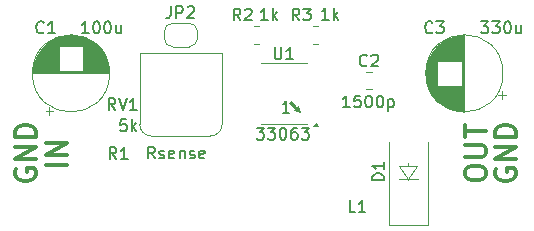
<source format=gto>
%TF.GenerationSoftware,KiCad,Pcbnew,8.0.4*%
%TF.CreationDate,2025-01-06T15:16:24+00:00*%
%TF.ProjectId,33063_invert,33333036-335f-4696-9e76-6572742e6b69,rev?*%
%TF.SameCoordinates,Original*%
%TF.FileFunction,Legend,Top*%
%TF.FilePolarity,Positive*%
%FSLAX46Y46*%
G04 Gerber Fmt 4.6, Leading zero omitted, Abs format (unit mm)*
G04 Created by KiCad (PCBNEW 8.0.4) date 2025-01-06 15:16:24*
%MOMM*%
%LPD*%
G01*
G04 APERTURE LIST*
%ADD10C,0.100000*%
%ADD11C,0.360000*%
%ADD12C,0.200000*%
%ADD13C,0.150000*%
%ADD14C,0.120000*%
G04 APERTURE END LIST*
D10*
X76100000Y-59300000D02*
X76200000Y-59150000D01*
X76300000Y-59600000D01*
X75800000Y-59450000D01*
X75950000Y-59350000D01*
X75400000Y-58850000D01*
X75550000Y-58700000D01*
X76100000Y-59300000D01*
G36*
X76100000Y-59300000D02*
G01*
X76200000Y-59150000D01*
X76300000Y-59600000D01*
X75800000Y-59450000D01*
X75950000Y-59350000D01*
X75400000Y-58850000D01*
X75550000Y-58700000D01*
X76100000Y-59300000D01*
G37*
D11*
X56613994Y-64092856D02*
X54813994Y-64092856D01*
X56613994Y-63235713D02*
X54813994Y-63235713D01*
X54813994Y-63235713D02*
X56613994Y-62207142D01*
X56613994Y-62207142D02*
X54813994Y-62207142D01*
D12*
X75443482Y-59667219D02*
X74872054Y-59667219D01*
X75157768Y-59667219D02*
X75157768Y-58667219D01*
X75157768Y-58667219D02*
X75062530Y-58810076D01*
X75062530Y-58810076D02*
X74967292Y-58905314D01*
X74967292Y-58905314D02*
X74872054Y-58952933D01*
D11*
X90263994Y-64949999D02*
X90263994Y-64607142D01*
X90263994Y-64607142D02*
X90349708Y-64435713D01*
X90349708Y-64435713D02*
X90521137Y-64264285D01*
X90521137Y-64264285D02*
X90863994Y-64178570D01*
X90863994Y-64178570D02*
X91463994Y-64178570D01*
X91463994Y-64178570D02*
X91806851Y-64264285D01*
X91806851Y-64264285D02*
X91978280Y-64435713D01*
X91978280Y-64435713D02*
X92063994Y-64607142D01*
X92063994Y-64607142D02*
X92063994Y-64949999D01*
X92063994Y-64949999D02*
X91978280Y-65121428D01*
X91978280Y-65121428D02*
X91806851Y-65292856D01*
X91806851Y-65292856D02*
X91463994Y-65378570D01*
X91463994Y-65378570D02*
X90863994Y-65378570D01*
X90863994Y-65378570D02*
X90521137Y-65292856D01*
X90521137Y-65292856D02*
X90349708Y-65121428D01*
X90349708Y-65121428D02*
X90263994Y-64949999D01*
X90263994Y-63407142D02*
X91721137Y-63407142D01*
X91721137Y-63407142D02*
X91892565Y-63321428D01*
X91892565Y-63321428D02*
X91978280Y-63235714D01*
X91978280Y-63235714D02*
X92063994Y-63064285D01*
X92063994Y-63064285D02*
X92063994Y-62721428D01*
X92063994Y-62721428D02*
X91978280Y-62549999D01*
X91978280Y-62549999D02*
X91892565Y-62464285D01*
X91892565Y-62464285D02*
X91721137Y-62378571D01*
X91721137Y-62378571D02*
X90263994Y-62378571D01*
X90263994Y-61778571D02*
X90263994Y-60750000D01*
X92063994Y-61264285D02*
X90263994Y-61264285D01*
X92919708Y-64471428D02*
X92833994Y-64642857D01*
X92833994Y-64642857D02*
X92833994Y-64899999D01*
X92833994Y-64899999D02*
X92919708Y-65157142D01*
X92919708Y-65157142D02*
X93091137Y-65328571D01*
X93091137Y-65328571D02*
X93262565Y-65414285D01*
X93262565Y-65414285D02*
X93605422Y-65499999D01*
X93605422Y-65499999D02*
X93862565Y-65499999D01*
X93862565Y-65499999D02*
X94205422Y-65414285D01*
X94205422Y-65414285D02*
X94376851Y-65328571D01*
X94376851Y-65328571D02*
X94548280Y-65157142D01*
X94548280Y-65157142D02*
X94633994Y-64899999D01*
X94633994Y-64899999D02*
X94633994Y-64728571D01*
X94633994Y-64728571D02*
X94548280Y-64471428D01*
X94548280Y-64471428D02*
X94462565Y-64385714D01*
X94462565Y-64385714D02*
X93862565Y-64385714D01*
X93862565Y-64385714D02*
X93862565Y-64728571D01*
X94633994Y-63614285D02*
X92833994Y-63614285D01*
X92833994Y-63614285D02*
X94633994Y-62585714D01*
X94633994Y-62585714D02*
X92833994Y-62585714D01*
X94633994Y-61728571D02*
X92833994Y-61728571D01*
X92833994Y-61728571D02*
X92833994Y-61300000D01*
X92833994Y-61300000D02*
X92919708Y-61042857D01*
X92919708Y-61042857D02*
X93091137Y-60871428D01*
X93091137Y-60871428D02*
X93262565Y-60785714D01*
X93262565Y-60785714D02*
X93605422Y-60700000D01*
X93605422Y-60700000D02*
X93862565Y-60700000D01*
X93862565Y-60700000D02*
X94205422Y-60785714D01*
X94205422Y-60785714D02*
X94376851Y-60871428D01*
X94376851Y-60871428D02*
X94548280Y-61042857D01*
X94548280Y-61042857D02*
X94633994Y-61300000D01*
X94633994Y-61300000D02*
X94633994Y-61728571D01*
X52279708Y-64471428D02*
X52193994Y-64642857D01*
X52193994Y-64642857D02*
X52193994Y-64899999D01*
X52193994Y-64899999D02*
X52279708Y-65157142D01*
X52279708Y-65157142D02*
X52451137Y-65328571D01*
X52451137Y-65328571D02*
X52622565Y-65414285D01*
X52622565Y-65414285D02*
X52965422Y-65499999D01*
X52965422Y-65499999D02*
X53222565Y-65499999D01*
X53222565Y-65499999D02*
X53565422Y-65414285D01*
X53565422Y-65414285D02*
X53736851Y-65328571D01*
X53736851Y-65328571D02*
X53908280Y-65157142D01*
X53908280Y-65157142D02*
X53993994Y-64899999D01*
X53993994Y-64899999D02*
X53993994Y-64728571D01*
X53993994Y-64728571D02*
X53908280Y-64471428D01*
X53908280Y-64471428D02*
X53822565Y-64385714D01*
X53822565Y-64385714D02*
X53222565Y-64385714D01*
X53222565Y-64385714D02*
X53222565Y-64728571D01*
X53993994Y-63614285D02*
X52193994Y-63614285D01*
X52193994Y-63614285D02*
X53993994Y-62585714D01*
X53993994Y-62585714D02*
X52193994Y-62585714D01*
X53993994Y-61728571D02*
X52193994Y-61728571D01*
X52193994Y-61728571D02*
X52193994Y-61300000D01*
X52193994Y-61300000D02*
X52279708Y-61042857D01*
X52279708Y-61042857D02*
X52451137Y-60871428D01*
X52451137Y-60871428D02*
X52622565Y-60785714D01*
X52622565Y-60785714D02*
X52965422Y-60700000D01*
X52965422Y-60700000D02*
X53222565Y-60700000D01*
X53222565Y-60700000D02*
X53565422Y-60785714D01*
X53565422Y-60785714D02*
X53736851Y-60871428D01*
X53736851Y-60871428D02*
X53908280Y-61042857D01*
X53908280Y-61042857D02*
X53993994Y-61300000D01*
X53993994Y-61300000D02*
X53993994Y-61728571D01*
D13*
X60783333Y-63604819D02*
X60450000Y-63128628D01*
X60211905Y-63604819D02*
X60211905Y-62604819D01*
X60211905Y-62604819D02*
X60592857Y-62604819D01*
X60592857Y-62604819D02*
X60688095Y-62652438D01*
X60688095Y-62652438D02*
X60735714Y-62700057D01*
X60735714Y-62700057D02*
X60783333Y-62795295D01*
X60783333Y-62795295D02*
X60783333Y-62938152D01*
X60783333Y-62938152D02*
X60735714Y-63033390D01*
X60735714Y-63033390D02*
X60688095Y-63081009D01*
X60688095Y-63081009D02*
X60592857Y-63128628D01*
X60592857Y-63128628D02*
X60211905Y-63128628D01*
X61735714Y-63604819D02*
X61164286Y-63604819D01*
X61450000Y-63604819D02*
X61450000Y-62604819D01*
X61450000Y-62604819D02*
X61354762Y-62747676D01*
X61354762Y-62747676D02*
X61259524Y-62842914D01*
X61259524Y-62842914D02*
X61164286Y-62890533D01*
X64040475Y-63554819D02*
X63707142Y-63078628D01*
X63469047Y-63554819D02*
X63469047Y-62554819D01*
X63469047Y-62554819D02*
X63849999Y-62554819D01*
X63849999Y-62554819D02*
X63945237Y-62602438D01*
X63945237Y-62602438D02*
X63992856Y-62650057D01*
X63992856Y-62650057D02*
X64040475Y-62745295D01*
X64040475Y-62745295D02*
X64040475Y-62888152D01*
X64040475Y-62888152D02*
X63992856Y-62983390D01*
X63992856Y-62983390D02*
X63945237Y-63031009D01*
X63945237Y-63031009D02*
X63849999Y-63078628D01*
X63849999Y-63078628D02*
X63469047Y-63078628D01*
X64421428Y-63507200D02*
X64516666Y-63554819D01*
X64516666Y-63554819D02*
X64707142Y-63554819D01*
X64707142Y-63554819D02*
X64802380Y-63507200D01*
X64802380Y-63507200D02*
X64849999Y-63411961D01*
X64849999Y-63411961D02*
X64849999Y-63364342D01*
X64849999Y-63364342D02*
X64802380Y-63269104D01*
X64802380Y-63269104D02*
X64707142Y-63221485D01*
X64707142Y-63221485D02*
X64564285Y-63221485D01*
X64564285Y-63221485D02*
X64469047Y-63173866D01*
X64469047Y-63173866D02*
X64421428Y-63078628D01*
X64421428Y-63078628D02*
X64421428Y-63031009D01*
X64421428Y-63031009D02*
X64469047Y-62935771D01*
X64469047Y-62935771D02*
X64564285Y-62888152D01*
X64564285Y-62888152D02*
X64707142Y-62888152D01*
X64707142Y-62888152D02*
X64802380Y-62935771D01*
X65659523Y-63507200D02*
X65564285Y-63554819D01*
X65564285Y-63554819D02*
X65373809Y-63554819D01*
X65373809Y-63554819D02*
X65278571Y-63507200D01*
X65278571Y-63507200D02*
X65230952Y-63411961D01*
X65230952Y-63411961D02*
X65230952Y-63031009D01*
X65230952Y-63031009D02*
X65278571Y-62935771D01*
X65278571Y-62935771D02*
X65373809Y-62888152D01*
X65373809Y-62888152D02*
X65564285Y-62888152D01*
X65564285Y-62888152D02*
X65659523Y-62935771D01*
X65659523Y-62935771D02*
X65707142Y-63031009D01*
X65707142Y-63031009D02*
X65707142Y-63126247D01*
X65707142Y-63126247D02*
X65230952Y-63221485D01*
X66135714Y-62888152D02*
X66135714Y-63554819D01*
X66135714Y-62983390D02*
X66183333Y-62935771D01*
X66183333Y-62935771D02*
X66278571Y-62888152D01*
X66278571Y-62888152D02*
X66421428Y-62888152D01*
X66421428Y-62888152D02*
X66516666Y-62935771D01*
X66516666Y-62935771D02*
X66564285Y-63031009D01*
X66564285Y-63031009D02*
X66564285Y-63554819D01*
X66992857Y-63507200D02*
X67088095Y-63554819D01*
X67088095Y-63554819D02*
X67278571Y-63554819D01*
X67278571Y-63554819D02*
X67373809Y-63507200D01*
X67373809Y-63507200D02*
X67421428Y-63411961D01*
X67421428Y-63411961D02*
X67421428Y-63364342D01*
X67421428Y-63364342D02*
X67373809Y-63269104D01*
X67373809Y-63269104D02*
X67278571Y-63221485D01*
X67278571Y-63221485D02*
X67135714Y-63221485D01*
X67135714Y-63221485D02*
X67040476Y-63173866D01*
X67040476Y-63173866D02*
X66992857Y-63078628D01*
X66992857Y-63078628D02*
X66992857Y-63031009D01*
X66992857Y-63031009D02*
X67040476Y-62935771D01*
X67040476Y-62935771D02*
X67135714Y-62888152D01*
X67135714Y-62888152D02*
X67278571Y-62888152D01*
X67278571Y-62888152D02*
X67373809Y-62935771D01*
X68230952Y-63507200D02*
X68135714Y-63554819D01*
X68135714Y-63554819D02*
X67945238Y-63554819D01*
X67945238Y-63554819D02*
X67850000Y-63507200D01*
X67850000Y-63507200D02*
X67802381Y-63411961D01*
X67802381Y-63411961D02*
X67802381Y-63031009D01*
X67802381Y-63031009D02*
X67850000Y-62935771D01*
X67850000Y-62935771D02*
X67945238Y-62888152D01*
X67945238Y-62888152D02*
X68135714Y-62888152D01*
X68135714Y-62888152D02*
X68230952Y-62935771D01*
X68230952Y-62935771D02*
X68278571Y-63031009D01*
X68278571Y-63031009D02*
X68278571Y-63126247D01*
X68278571Y-63126247D02*
X67802381Y-63221485D01*
X81023333Y-68104819D02*
X80547143Y-68104819D01*
X80547143Y-68104819D02*
X80547143Y-67104819D01*
X81880476Y-68104819D02*
X81309048Y-68104819D01*
X81594762Y-68104819D02*
X81594762Y-67104819D01*
X81594762Y-67104819D02*
X81499524Y-67247676D01*
X81499524Y-67247676D02*
X81404286Y-67342914D01*
X81404286Y-67342914D02*
X81309048Y-67390533D01*
X65386666Y-50674819D02*
X65386666Y-51389104D01*
X65386666Y-51389104D02*
X65339047Y-51531961D01*
X65339047Y-51531961D02*
X65243809Y-51627200D01*
X65243809Y-51627200D02*
X65100952Y-51674819D01*
X65100952Y-51674819D02*
X65005714Y-51674819D01*
X65862857Y-51674819D02*
X65862857Y-50674819D01*
X65862857Y-50674819D02*
X66243809Y-50674819D01*
X66243809Y-50674819D02*
X66339047Y-50722438D01*
X66339047Y-50722438D02*
X66386666Y-50770057D01*
X66386666Y-50770057D02*
X66434285Y-50865295D01*
X66434285Y-50865295D02*
X66434285Y-51008152D01*
X66434285Y-51008152D02*
X66386666Y-51103390D01*
X66386666Y-51103390D02*
X66339047Y-51151009D01*
X66339047Y-51151009D02*
X66243809Y-51198628D01*
X66243809Y-51198628D02*
X65862857Y-51198628D01*
X66815238Y-50770057D02*
X66862857Y-50722438D01*
X66862857Y-50722438D02*
X66958095Y-50674819D01*
X66958095Y-50674819D02*
X67196190Y-50674819D01*
X67196190Y-50674819D02*
X67291428Y-50722438D01*
X67291428Y-50722438D02*
X67339047Y-50770057D01*
X67339047Y-50770057D02*
X67386666Y-50865295D01*
X67386666Y-50865295D02*
X67386666Y-50960533D01*
X67386666Y-50960533D02*
X67339047Y-51103390D01*
X67339047Y-51103390D02*
X66767619Y-51674819D01*
X66767619Y-51674819D02*
X67386666Y-51674819D01*
X54633333Y-52859580D02*
X54585714Y-52907200D01*
X54585714Y-52907200D02*
X54442857Y-52954819D01*
X54442857Y-52954819D02*
X54347619Y-52954819D01*
X54347619Y-52954819D02*
X54204762Y-52907200D01*
X54204762Y-52907200D02*
X54109524Y-52811961D01*
X54109524Y-52811961D02*
X54061905Y-52716723D01*
X54061905Y-52716723D02*
X54014286Y-52526247D01*
X54014286Y-52526247D02*
X54014286Y-52383390D01*
X54014286Y-52383390D02*
X54061905Y-52192914D01*
X54061905Y-52192914D02*
X54109524Y-52097676D01*
X54109524Y-52097676D02*
X54204762Y-52002438D01*
X54204762Y-52002438D02*
X54347619Y-51954819D01*
X54347619Y-51954819D02*
X54442857Y-51954819D01*
X54442857Y-51954819D02*
X54585714Y-52002438D01*
X54585714Y-52002438D02*
X54633333Y-52050057D01*
X55585714Y-52954819D02*
X55014286Y-52954819D01*
X55300000Y-52954819D02*
X55300000Y-51954819D01*
X55300000Y-51954819D02*
X55204762Y-52097676D01*
X55204762Y-52097676D02*
X55109524Y-52192914D01*
X55109524Y-52192914D02*
X55014286Y-52240533D01*
X58430952Y-52954819D02*
X57859524Y-52954819D01*
X58145238Y-52954819D02*
X58145238Y-51954819D01*
X58145238Y-51954819D02*
X58050000Y-52097676D01*
X58050000Y-52097676D02*
X57954762Y-52192914D01*
X57954762Y-52192914D02*
X57859524Y-52240533D01*
X59050000Y-51954819D02*
X59145238Y-51954819D01*
X59145238Y-51954819D02*
X59240476Y-52002438D01*
X59240476Y-52002438D02*
X59288095Y-52050057D01*
X59288095Y-52050057D02*
X59335714Y-52145295D01*
X59335714Y-52145295D02*
X59383333Y-52335771D01*
X59383333Y-52335771D02*
X59383333Y-52573866D01*
X59383333Y-52573866D02*
X59335714Y-52764342D01*
X59335714Y-52764342D02*
X59288095Y-52859580D01*
X59288095Y-52859580D02*
X59240476Y-52907200D01*
X59240476Y-52907200D02*
X59145238Y-52954819D01*
X59145238Y-52954819D02*
X59050000Y-52954819D01*
X59050000Y-52954819D02*
X58954762Y-52907200D01*
X58954762Y-52907200D02*
X58907143Y-52859580D01*
X58907143Y-52859580D02*
X58859524Y-52764342D01*
X58859524Y-52764342D02*
X58811905Y-52573866D01*
X58811905Y-52573866D02*
X58811905Y-52335771D01*
X58811905Y-52335771D02*
X58859524Y-52145295D01*
X58859524Y-52145295D02*
X58907143Y-52050057D01*
X58907143Y-52050057D02*
X58954762Y-52002438D01*
X58954762Y-52002438D02*
X59050000Y-51954819D01*
X60002381Y-51954819D02*
X60097619Y-51954819D01*
X60097619Y-51954819D02*
X60192857Y-52002438D01*
X60192857Y-52002438D02*
X60240476Y-52050057D01*
X60240476Y-52050057D02*
X60288095Y-52145295D01*
X60288095Y-52145295D02*
X60335714Y-52335771D01*
X60335714Y-52335771D02*
X60335714Y-52573866D01*
X60335714Y-52573866D02*
X60288095Y-52764342D01*
X60288095Y-52764342D02*
X60240476Y-52859580D01*
X60240476Y-52859580D02*
X60192857Y-52907200D01*
X60192857Y-52907200D02*
X60097619Y-52954819D01*
X60097619Y-52954819D02*
X60002381Y-52954819D01*
X60002381Y-52954819D02*
X59907143Y-52907200D01*
X59907143Y-52907200D02*
X59859524Y-52859580D01*
X59859524Y-52859580D02*
X59811905Y-52764342D01*
X59811905Y-52764342D02*
X59764286Y-52573866D01*
X59764286Y-52573866D02*
X59764286Y-52335771D01*
X59764286Y-52335771D02*
X59811905Y-52145295D01*
X59811905Y-52145295D02*
X59859524Y-52050057D01*
X59859524Y-52050057D02*
X59907143Y-52002438D01*
X59907143Y-52002438D02*
X60002381Y-51954819D01*
X61192857Y-52288152D02*
X61192857Y-52954819D01*
X60764286Y-52288152D02*
X60764286Y-52811961D01*
X60764286Y-52811961D02*
X60811905Y-52907200D01*
X60811905Y-52907200D02*
X60907143Y-52954819D01*
X60907143Y-52954819D02*
X61050000Y-52954819D01*
X61050000Y-52954819D02*
X61145238Y-52907200D01*
X61145238Y-52907200D02*
X61192857Y-52859580D01*
X76273333Y-51864819D02*
X75940000Y-51388628D01*
X75701905Y-51864819D02*
X75701905Y-50864819D01*
X75701905Y-50864819D02*
X76082857Y-50864819D01*
X76082857Y-50864819D02*
X76178095Y-50912438D01*
X76178095Y-50912438D02*
X76225714Y-50960057D01*
X76225714Y-50960057D02*
X76273333Y-51055295D01*
X76273333Y-51055295D02*
X76273333Y-51198152D01*
X76273333Y-51198152D02*
X76225714Y-51293390D01*
X76225714Y-51293390D02*
X76178095Y-51341009D01*
X76178095Y-51341009D02*
X76082857Y-51388628D01*
X76082857Y-51388628D02*
X75701905Y-51388628D01*
X76606667Y-50864819D02*
X77225714Y-50864819D01*
X77225714Y-50864819D02*
X76892381Y-51245771D01*
X76892381Y-51245771D02*
X77035238Y-51245771D01*
X77035238Y-51245771D02*
X77130476Y-51293390D01*
X77130476Y-51293390D02*
X77178095Y-51341009D01*
X77178095Y-51341009D02*
X77225714Y-51436247D01*
X77225714Y-51436247D02*
X77225714Y-51674342D01*
X77225714Y-51674342D02*
X77178095Y-51769580D01*
X77178095Y-51769580D02*
X77130476Y-51817200D01*
X77130476Y-51817200D02*
X77035238Y-51864819D01*
X77035238Y-51864819D02*
X76749524Y-51864819D01*
X76749524Y-51864819D02*
X76654286Y-51817200D01*
X76654286Y-51817200D02*
X76606667Y-51769580D01*
X78760952Y-51794819D02*
X78189524Y-51794819D01*
X78475238Y-51794819D02*
X78475238Y-50794819D01*
X78475238Y-50794819D02*
X78380000Y-50937676D01*
X78380000Y-50937676D02*
X78284762Y-51032914D01*
X78284762Y-51032914D02*
X78189524Y-51080533D01*
X79189524Y-51794819D02*
X79189524Y-50794819D01*
X79284762Y-51413866D02*
X79570476Y-51794819D01*
X79570476Y-51128152D02*
X79189524Y-51509104D01*
X83454819Y-65398094D02*
X82454819Y-65398094D01*
X82454819Y-65398094D02*
X82454819Y-65159999D01*
X82454819Y-65159999D02*
X82502438Y-65017142D01*
X82502438Y-65017142D02*
X82597676Y-64921904D01*
X82597676Y-64921904D02*
X82692914Y-64874285D01*
X82692914Y-64874285D02*
X82883390Y-64826666D01*
X82883390Y-64826666D02*
X83026247Y-64826666D01*
X83026247Y-64826666D02*
X83216723Y-64874285D01*
X83216723Y-64874285D02*
X83311961Y-64921904D01*
X83311961Y-64921904D02*
X83407200Y-65017142D01*
X83407200Y-65017142D02*
X83454819Y-65159999D01*
X83454819Y-65159999D02*
X83454819Y-65398094D01*
X83454819Y-63874285D02*
X83454819Y-64445713D01*
X83454819Y-64159999D02*
X82454819Y-64159999D01*
X82454819Y-64159999D02*
X82597676Y-64255237D01*
X82597676Y-64255237D02*
X82692914Y-64350475D01*
X82692914Y-64350475D02*
X82740533Y-64445713D01*
X74188095Y-54154819D02*
X74188095Y-54964342D01*
X74188095Y-54964342D02*
X74235714Y-55059580D01*
X74235714Y-55059580D02*
X74283333Y-55107200D01*
X74283333Y-55107200D02*
X74378571Y-55154819D01*
X74378571Y-55154819D02*
X74569047Y-55154819D01*
X74569047Y-55154819D02*
X74664285Y-55107200D01*
X74664285Y-55107200D02*
X74711904Y-55059580D01*
X74711904Y-55059580D02*
X74759523Y-54964342D01*
X74759523Y-54964342D02*
X74759523Y-54154819D01*
X75759523Y-55154819D02*
X75188095Y-55154819D01*
X75473809Y-55154819D02*
X75473809Y-54154819D01*
X75473809Y-54154819D02*
X75378571Y-54297676D01*
X75378571Y-54297676D02*
X75283333Y-54392914D01*
X75283333Y-54392914D02*
X75188095Y-54440533D01*
X72661905Y-60954819D02*
X73280952Y-60954819D01*
X73280952Y-60954819D02*
X72947619Y-61335771D01*
X72947619Y-61335771D02*
X73090476Y-61335771D01*
X73090476Y-61335771D02*
X73185714Y-61383390D01*
X73185714Y-61383390D02*
X73233333Y-61431009D01*
X73233333Y-61431009D02*
X73280952Y-61526247D01*
X73280952Y-61526247D02*
X73280952Y-61764342D01*
X73280952Y-61764342D02*
X73233333Y-61859580D01*
X73233333Y-61859580D02*
X73185714Y-61907200D01*
X73185714Y-61907200D02*
X73090476Y-61954819D01*
X73090476Y-61954819D02*
X72804762Y-61954819D01*
X72804762Y-61954819D02*
X72709524Y-61907200D01*
X72709524Y-61907200D02*
X72661905Y-61859580D01*
X73614286Y-60954819D02*
X74233333Y-60954819D01*
X74233333Y-60954819D02*
X73900000Y-61335771D01*
X73900000Y-61335771D02*
X74042857Y-61335771D01*
X74042857Y-61335771D02*
X74138095Y-61383390D01*
X74138095Y-61383390D02*
X74185714Y-61431009D01*
X74185714Y-61431009D02*
X74233333Y-61526247D01*
X74233333Y-61526247D02*
X74233333Y-61764342D01*
X74233333Y-61764342D02*
X74185714Y-61859580D01*
X74185714Y-61859580D02*
X74138095Y-61907200D01*
X74138095Y-61907200D02*
X74042857Y-61954819D01*
X74042857Y-61954819D02*
X73757143Y-61954819D01*
X73757143Y-61954819D02*
X73661905Y-61907200D01*
X73661905Y-61907200D02*
X73614286Y-61859580D01*
X74852381Y-60954819D02*
X74947619Y-60954819D01*
X74947619Y-60954819D02*
X75042857Y-61002438D01*
X75042857Y-61002438D02*
X75090476Y-61050057D01*
X75090476Y-61050057D02*
X75138095Y-61145295D01*
X75138095Y-61145295D02*
X75185714Y-61335771D01*
X75185714Y-61335771D02*
X75185714Y-61573866D01*
X75185714Y-61573866D02*
X75138095Y-61764342D01*
X75138095Y-61764342D02*
X75090476Y-61859580D01*
X75090476Y-61859580D02*
X75042857Y-61907200D01*
X75042857Y-61907200D02*
X74947619Y-61954819D01*
X74947619Y-61954819D02*
X74852381Y-61954819D01*
X74852381Y-61954819D02*
X74757143Y-61907200D01*
X74757143Y-61907200D02*
X74709524Y-61859580D01*
X74709524Y-61859580D02*
X74661905Y-61764342D01*
X74661905Y-61764342D02*
X74614286Y-61573866D01*
X74614286Y-61573866D02*
X74614286Y-61335771D01*
X74614286Y-61335771D02*
X74661905Y-61145295D01*
X74661905Y-61145295D02*
X74709524Y-61050057D01*
X74709524Y-61050057D02*
X74757143Y-61002438D01*
X74757143Y-61002438D02*
X74852381Y-60954819D01*
X76042857Y-60954819D02*
X75852381Y-60954819D01*
X75852381Y-60954819D02*
X75757143Y-61002438D01*
X75757143Y-61002438D02*
X75709524Y-61050057D01*
X75709524Y-61050057D02*
X75614286Y-61192914D01*
X75614286Y-61192914D02*
X75566667Y-61383390D01*
X75566667Y-61383390D02*
X75566667Y-61764342D01*
X75566667Y-61764342D02*
X75614286Y-61859580D01*
X75614286Y-61859580D02*
X75661905Y-61907200D01*
X75661905Y-61907200D02*
X75757143Y-61954819D01*
X75757143Y-61954819D02*
X75947619Y-61954819D01*
X75947619Y-61954819D02*
X76042857Y-61907200D01*
X76042857Y-61907200D02*
X76090476Y-61859580D01*
X76090476Y-61859580D02*
X76138095Y-61764342D01*
X76138095Y-61764342D02*
X76138095Y-61526247D01*
X76138095Y-61526247D02*
X76090476Y-61431009D01*
X76090476Y-61431009D02*
X76042857Y-61383390D01*
X76042857Y-61383390D02*
X75947619Y-61335771D01*
X75947619Y-61335771D02*
X75757143Y-61335771D01*
X75757143Y-61335771D02*
X75661905Y-61383390D01*
X75661905Y-61383390D02*
X75614286Y-61431009D01*
X75614286Y-61431009D02*
X75566667Y-61526247D01*
X76471429Y-60954819D02*
X77090476Y-60954819D01*
X77090476Y-60954819D02*
X76757143Y-61335771D01*
X76757143Y-61335771D02*
X76900000Y-61335771D01*
X76900000Y-61335771D02*
X76995238Y-61383390D01*
X76995238Y-61383390D02*
X77042857Y-61431009D01*
X77042857Y-61431009D02*
X77090476Y-61526247D01*
X77090476Y-61526247D02*
X77090476Y-61764342D01*
X77090476Y-61764342D02*
X77042857Y-61859580D01*
X77042857Y-61859580D02*
X76995238Y-61907200D01*
X76995238Y-61907200D02*
X76900000Y-61954819D01*
X76900000Y-61954819D02*
X76614286Y-61954819D01*
X76614286Y-61954819D02*
X76519048Y-61907200D01*
X76519048Y-61907200D02*
X76471429Y-61859580D01*
X87533333Y-52859580D02*
X87485714Y-52907200D01*
X87485714Y-52907200D02*
X87342857Y-52954819D01*
X87342857Y-52954819D02*
X87247619Y-52954819D01*
X87247619Y-52954819D02*
X87104762Y-52907200D01*
X87104762Y-52907200D02*
X87009524Y-52811961D01*
X87009524Y-52811961D02*
X86961905Y-52716723D01*
X86961905Y-52716723D02*
X86914286Y-52526247D01*
X86914286Y-52526247D02*
X86914286Y-52383390D01*
X86914286Y-52383390D02*
X86961905Y-52192914D01*
X86961905Y-52192914D02*
X87009524Y-52097676D01*
X87009524Y-52097676D02*
X87104762Y-52002438D01*
X87104762Y-52002438D02*
X87247619Y-51954819D01*
X87247619Y-51954819D02*
X87342857Y-51954819D01*
X87342857Y-51954819D02*
X87485714Y-52002438D01*
X87485714Y-52002438D02*
X87533333Y-52050057D01*
X87866667Y-51954819D02*
X88485714Y-51954819D01*
X88485714Y-51954819D02*
X88152381Y-52335771D01*
X88152381Y-52335771D02*
X88295238Y-52335771D01*
X88295238Y-52335771D02*
X88390476Y-52383390D01*
X88390476Y-52383390D02*
X88438095Y-52431009D01*
X88438095Y-52431009D02*
X88485714Y-52526247D01*
X88485714Y-52526247D02*
X88485714Y-52764342D01*
X88485714Y-52764342D02*
X88438095Y-52859580D01*
X88438095Y-52859580D02*
X88390476Y-52907200D01*
X88390476Y-52907200D02*
X88295238Y-52954819D01*
X88295238Y-52954819D02*
X88009524Y-52954819D01*
X88009524Y-52954819D02*
X87914286Y-52907200D01*
X87914286Y-52907200D02*
X87866667Y-52859580D01*
X91661905Y-51954819D02*
X92280952Y-51954819D01*
X92280952Y-51954819D02*
X91947619Y-52335771D01*
X91947619Y-52335771D02*
X92090476Y-52335771D01*
X92090476Y-52335771D02*
X92185714Y-52383390D01*
X92185714Y-52383390D02*
X92233333Y-52431009D01*
X92233333Y-52431009D02*
X92280952Y-52526247D01*
X92280952Y-52526247D02*
X92280952Y-52764342D01*
X92280952Y-52764342D02*
X92233333Y-52859580D01*
X92233333Y-52859580D02*
X92185714Y-52907200D01*
X92185714Y-52907200D02*
X92090476Y-52954819D01*
X92090476Y-52954819D02*
X91804762Y-52954819D01*
X91804762Y-52954819D02*
X91709524Y-52907200D01*
X91709524Y-52907200D02*
X91661905Y-52859580D01*
X92614286Y-51954819D02*
X93233333Y-51954819D01*
X93233333Y-51954819D02*
X92900000Y-52335771D01*
X92900000Y-52335771D02*
X93042857Y-52335771D01*
X93042857Y-52335771D02*
X93138095Y-52383390D01*
X93138095Y-52383390D02*
X93185714Y-52431009D01*
X93185714Y-52431009D02*
X93233333Y-52526247D01*
X93233333Y-52526247D02*
X93233333Y-52764342D01*
X93233333Y-52764342D02*
X93185714Y-52859580D01*
X93185714Y-52859580D02*
X93138095Y-52907200D01*
X93138095Y-52907200D02*
X93042857Y-52954819D01*
X93042857Y-52954819D02*
X92757143Y-52954819D01*
X92757143Y-52954819D02*
X92661905Y-52907200D01*
X92661905Y-52907200D02*
X92614286Y-52859580D01*
X93852381Y-51954819D02*
X93947619Y-51954819D01*
X93947619Y-51954819D02*
X94042857Y-52002438D01*
X94042857Y-52002438D02*
X94090476Y-52050057D01*
X94090476Y-52050057D02*
X94138095Y-52145295D01*
X94138095Y-52145295D02*
X94185714Y-52335771D01*
X94185714Y-52335771D02*
X94185714Y-52573866D01*
X94185714Y-52573866D02*
X94138095Y-52764342D01*
X94138095Y-52764342D02*
X94090476Y-52859580D01*
X94090476Y-52859580D02*
X94042857Y-52907200D01*
X94042857Y-52907200D02*
X93947619Y-52954819D01*
X93947619Y-52954819D02*
X93852381Y-52954819D01*
X93852381Y-52954819D02*
X93757143Y-52907200D01*
X93757143Y-52907200D02*
X93709524Y-52859580D01*
X93709524Y-52859580D02*
X93661905Y-52764342D01*
X93661905Y-52764342D02*
X93614286Y-52573866D01*
X93614286Y-52573866D02*
X93614286Y-52335771D01*
X93614286Y-52335771D02*
X93661905Y-52145295D01*
X93661905Y-52145295D02*
X93709524Y-52050057D01*
X93709524Y-52050057D02*
X93757143Y-52002438D01*
X93757143Y-52002438D02*
X93852381Y-51954819D01*
X95042857Y-52288152D02*
X95042857Y-52954819D01*
X94614286Y-52288152D02*
X94614286Y-52811961D01*
X94614286Y-52811961D02*
X94661905Y-52907200D01*
X94661905Y-52907200D02*
X94757143Y-52954819D01*
X94757143Y-52954819D02*
X94900000Y-52954819D01*
X94900000Y-52954819D02*
X94995238Y-52907200D01*
X94995238Y-52907200D02*
X95042857Y-52859580D01*
X71293333Y-51864819D02*
X70960000Y-51388628D01*
X70721905Y-51864819D02*
X70721905Y-50864819D01*
X70721905Y-50864819D02*
X71102857Y-50864819D01*
X71102857Y-50864819D02*
X71198095Y-50912438D01*
X71198095Y-50912438D02*
X71245714Y-50960057D01*
X71245714Y-50960057D02*
X71293333Y-51055295D01*
X71293333Y-51055295D02*
X71293333Y-51198152D01*
X71293333Y-51198152D02*
X71245714Y-51293390D01*
X71245714Y-51293390D02*
X71198095Y-51341009D01*
X71198095Y-51341009D02*
X71102857Y-51388628D01*
X71102857Y-51388628D02*
X70721905Y-51388628D01*
X71674286Y-50960057D02*
X71721905Y-50912438D01*
X71721905Y-50912438D02*
X71817143Y-50864819D01*
X71817143Y-50864819D02*
X72055238Y-50864819D01*
X72055238Y-50864819D02*
X72150476Y-50912438D01*
X72150476Y-50912438D02*
X72198095Y-50960057D01*
X72198095Y-50960057D02*
X72245714Y-51055295D01*
X72245714Y-51055295D02*
X72245714Y-51150533D01*
X72245714Y-51150533D02*
X72198095Y-51293390D01*
X72198095Y-51293390D02*
X71626667Y-51864819D01*
X71626667Y-51864819D02*
X72245714Y-51864819D01*
X73600952Y-51854819D02*
X73029524Y-51854819D01*
X73315238Y-51854819D02*
X73315238Y-50854819D01*
X73315238Y-50854819D02*
X73220000Y-50997676D01*
X73220000Y-50997676D02*
X73124762Y-51092914D01*
X73124762Y-51092914D02*
X73029524Y-51140533D01*
X74029524Y-51854819D02*
X74029524Y-50854819D01*
X74124762Y-51473866D02*
X74410476Y-51854819D01*
X74410476Y-51188152D02*
X74029524Y-51569104D01*
X81993333Y-55659580D02*
X81945714Y-55707200D01*
X81945714Y-55707200D02*
X81802857Y-55754819D01*
X81802857Y-55754819D02*
X81707619Y-55754819D01*
X81707619Y-55754819D02*
X81564762Y-55707200D01*
X81564762Y-55707200D02*
X81469524Y-55611961D01*
X81469524Y-55611961D02*
X81421905Y-55516723D01*
X81421905Y-55516723D02*
X81374286Y-55326247D01*
X81374286Y-55326247D02*
X81374286Y-55183390D01*
X81374286Y-55183390D02*
X81421905Y-54992914D01*
X81421905Y-54992914D02*
X81469524Y-54897676D01*
X81469524Y-54897676D02*
X81564762Y-54802438D01*
X81564762Y-54802438D02*
X81707619Y-54754819D01*
X81707619Y-54754819D02*
X81802857Y-54754819D01*
X81802857Y-54754819D02*
X81945714Y-54802438D01*
X81945714Y-54802438D02*
X81993333Y-54850057D01*
X82374286Y-54850057D02*
X82421905Y-54802438D01*
X82421905Y-54802438D02*
X82517143Y-54754819D01*
X82517143Y-54754819D02*
X82755238Y-54754819D01*
X82755238Y-54754819D02*
X82850476Y-54802438D01*
X82850476Y-54802438D02*
X82898095Y-54850057D01*
X82898095Y-54850057D02*
X82945714Y-54945295D01*
X82945714Y-54945295D02*
X82945714Y-55040533D01*
X82945714Y-55040533D02*
X82898095Y-55183390D01*
X82898095Y-55183390D02*
X82326667Y-55754819D01*
X82326667Y-55754819D02*
X82945714Y-55754819D01*
X80534761Y-59224819D02*
X79963333Y-59224819D01*
X80249047Y-59224819D02*
X80249047Y-58224819D01*
X80249047Y-58224819D02*
X80153809Y-58367676D01*
X80153809Y-58367676D02*
X80058571Y-58462914D01*
X80058571Y-58462914D02*
X79963333Y-58510533D01*
X81439523Y-58224819D02*
X80963333Y-58224819D01*
X80963333Y-58224819D02*
X80915714Y-58701009D01*
X80915714Y-58701009D02*
X80963333Y-58653390D01*
X80963333Y-58653390D02*
X81058571Y-58605771D01*
X81058571Y-58605771D02*
X81296666Y-58605771D01*
X81296666Y-58605771D02*
X81391904Y-58653390D01*
X81391904Y-58653390D02*
X81439523Y-58701009D01*
X81439523Y-58701009D02*
X81487142Y-58796247D01*
X81487142Y-58796247D02*
X81487142Y-59034342D01*
X81487142Y-59034342D02*
X81439523Y-59129580D01*
X81439523Y-59129580D02*
X81391904Y-59177200D01*
X81391904Y-59177200D02*
X81296666Y-59224819D01*
X81296666Y-59224819D02*
X81058571Y-59224819D01*
X81058571Y-59224819D02*
X80963333Y-59177200D01*
X80963333Y-59177200D02*
X80915714Y-59129580D01*
X82106190Y-58224819D02*
X82201428Y-58224819D01*
X82201428Y-58224819D02*
X82296666Y-58272438D01*
X82296666Y-58272438D02*
X82344285Y-58320057D01*
X82344285Y-58320057D02*
X82391904Y-58415295D01*
X82391904Y-58415295D02*
X82439523Y-58605771D01*
X82439523Y-58605771D02*
X82439523Y-58843866D01*
X82439523Y-58843866D02*
X82391904Y-59034342D01*
X82391904Y-59034342D02*
X82344285Y-59129580D01*
X82344285Y-59129580D02*
X82296666Y-59177200D01*
X82296666Y-59177200D02*
X82201428Y-59224819D01*
X82201428Y-59224819D02*
X82106190Y-59224819D01*
X82106190Y-59224819D02*
X82010952Y-59177200D01*
X82010952Y-59177200D02*
X81963333Y-59129580D01*
X81963333Y-59129580D02*
X81915714Y-59034342D01*
X81915714Y-59034342D02*
X81868095Y-58843866D01*
X81868095Y-58843866D02*
X81868095Y-58605771D01*
X81868095Y-58605771D02*
X81915714Y-58415295D01*
X81915714Y-58415295D02*
X81963333Y-58320057D01*
X81963333Y-58320057D02*
X82010952Y-58272438D01*
X82010952Y-58272438D02*
X82106190Y-58224819D01*
X83058571Y-58224819D02*
X83153809Y-58224819D01*
X83153809Y-58224819D02*
X83249047Y-58272438D01*
X83249047Y-58272438D02*
X83296666Y-58320057D01*
X83296666Y-58320057D02*
X83344285Y-58415295D01*
X83344285Y-58415295D02*
X83391904Y-58605771D01*
X83391904Y-58605771D02*
X83391904Y-58843866D01*
X83391904Y-58843866D02*
X83344285Y-59034342D01*
X83344285Y-59034342D02*
X83296666Y-59129580D01*
X83296666Y-59129580D02*
X83249047Y-59177200D01*
X83249047Y-59177200D02*
X83153809Y-59224819D01*
X83153809Y-59224819D02*
X83058571Y-59224819D01*
X83058571Y-59224819D02*
X82963333Y-59177200D01*
X82963333Y-59177200D02*
X82915714Y-59129580D01*
X82915714Y-59129580D02*
X82868095Y-59034342D01*
X82868095Y-59034342D02*
X82820476Y-58843866D01*
X82820476Y-58843866D02*
X82820476Y-58605771D01*
X82820476Y-58605771D02*
X82868095Y-58415295D01*
X82868095Y-58415295D02*
X82915714Y-58320057D01*
X82915714Y-58320057D02*
X82963333Y-58272438D01*
X82963333Y-58272438D02*
X83058571Y-58224819D01*
X83820476Y-58558152D02*
X83820476Y-59558152D01*
X83820476Y-58605771D02*
X83915714Y-58558152D01*
X83915714Y-58558152D02*
X84106190Y-58558152D01*
X84106190Y-58558152D02*
X84201428Y-58605771D01*
X84201428Y-58605771D02*
X84249047Y-58653390D01*
X84249047Y-58653390D02*
X84296666Y-58748628D01*
X84296666Y-58748628D02*
X84296666Y-59034342D01*
X84296666Y-59034342D02*
X84249047Y-59129580D01*
X84249047Y-59129580D02*
X84201428Y-59177200D01*
X84201428Y-59177200D02*
X84106190Y-59224819D01*
X84106190Y-59224819D02*
X83915714Y-59224819D01*
X83915714Y-59224819D02*
X83820476Y-59177200D01*
X60704761Y-59454819D02*
X60371428Y-58978628D01*
X60133333Y-59454819D02*
X60133333Y-58454819D01*
X60133333Y-58454819D02*
X60514285Y-58454819D01*
X60514285Y-58454819D02*
X60609523Y-58502438D01*
X60609523Y-58502438D02*
X60657142Y-58550057D01*
X60657142Y-58550057D02*
X60704761Y-58645295D01*
X60704761Y-58645295D02*
X60704761Y-58788152D01*
X60704761Y-58788152D02*
X60657142Y-58883390D01*
X60657142Y-58883390D02*
X60609523Y-58931009D01*
X60609523Y-58931009D02*
X60514285Y-58978628D01*
X60514285Y-58978628D02*
X60133333Y-58978628D01*
X60990476Y-58454819D02*
X61323809Y-59454819D01*
X61323809Y-59454819D02*
X61657142Y-58454819D01*
X62514285Y-59454819D02*
X61942857Y-59454819D01*
X62228571Y-59454819D02*
X62228571Y-58454819D01*
X62228571Y-58454819D02*
X62133333Y-58597676D01*
X62133333Y-58597676D02*
X62038095Y-58692914D01*
X62038095Y-58692914D02*
X61942857Y-58740533D01*
X61633333Y-60254819D02*
X61157143Y-60254819D01*
X61157143Y-60254819D02*
X61109524Y-60731009D01*
X61109524Y-60731009D02*
X61157143Y-60683390D01*
X61157143Y-60683390D02*
X61252381Y-60635771D01*
X61252381Y-60635771D02*
X61490476Y-60635771D01*
X61490476Y-60635771D02*
X61585714Y-60683390D01*
X61585714Y-60683390D02*
X61633333Y-60731009D01*
X61633333Y-60731009D02*
X61680952Y-60826247D01*
X61680952Y-60826247D02*
X61680952Y-61064342D01*
X61680952Y-61064342D02*
X61633333Y-61159580D01*
X61633333Y-61159580D02*
X61585714Y-61207200D01*
X61585714Y-61207200D02*
X61490476Y-61254819D01*
X61490476Y-61254819D02*
X61252381Y-61254819D01*
X61252381Y-61254819D02*
X61157143Y-61207200D01*
X61157143Y-61207200D02*
X61109524Y-61159580D01*
X62109524Y-61254819D02*
X62109524Y-60254819D01*
X62204762Y-60873866D02*
X62490476Y-61254819D01*
X62490476Y-60588152D02*
X62109524Y-60969104D01*
D14*
%TO.C,JP2*%
X67650000Y-52800000D02*
X67650000Y-53400000D01*
X66950000Y-54100000D02*
X65550000Y-54100000D01*
X65550000Y-52100000D02*
X66950000Y-52100000D01*
X64850000Y-53400000D02*
X64850000Y-52800000D01*
X67650000Y-53400000D02*
G75*
G02*
X66950000Y-54100000I-700000J0D01*
G01*
X66950000Y-52100000D02*
G75*
G02*
X67650000Y-52800000I0J-700000D01*
G01*
X65550000Y-54100000D02*
G75*
G02*
X64850000Y-53400000I-1J699999D01*
G01*
X64850000Y-52800000D02*
G75*
G02*
X65550000Y-52100000I699999J1D01*
G01*
%TO.C,C1*%
X57990000Y-56110000D02*
X60172000Y-56110000D01*
X57990000Y-56070000D02*
X60168000Y-56070000D01*
X57990000Y-56030000D02*
X60165000Y-56030000D01*
X57990000Y-55990000D02*
X60161000Y-55990000D01*
X57990000Y-55950000D02*
X60156000Y-55950000D01*
X57990000Y-55910000D02*
X60151000Y-55910000D01*
X57990000Y-55870000D02*
X60145000Y-55870000D01*
X57990000Y-55830000D02*
X60139000Y-55830000D01*
X57990000Y-55790000D02*
X60132000Y-55790000D01*
X57990000Y-55750000D02*
X60125000Y-55750000D01*
X57990000Y-55710000D02*
X60117000Y-55710000D01*
X57990000Y-55670000D02*
X60109000Y-55670000D01*
X57990000Y-55629000D02*
X60100000Y-55629000D01*
X57990000Y-55589000D02*
X60091000Y-55589000D01*
X57990000Y-55549000D02*
X60081000Y-55549000D01*
X57990000Y-55509000D02*
X60071000Y-55509000D01*
X57990000Y-55469000D02*
X60060000Y-55469000D01*
X57990000Y-55429000D02*
X60048000Y-55429000D01*
X57990000Y-55389000D02*
X60036000Y-55389000D01*
X57990000Y-55349000D02*
X60024000Y-55349000D01*
X57990000Y-55309000D02*
X60011000Y-55309000D01*
X57990000Y-55269000D02*
X59997000Y-55269000D01*
X57990000Y-55229000D02*
X59983000Y-55229000D01*
X57990000Y-55189000D02*
X59968000Y-55189000D01*
X57990000Y-55149000D02*
X59952000Y-55149000D01*
X57990000Y-55109000D02*
X59936000Y-55109000D01*
X57990000Y-55069000D02*
X59920000Y-55069000D01*
X57990000Y-55029000D02*
X59902000Y-55029000D01*
X57990000Y-54989000D02*
X59884000Y-54989000D01*
X57990000Y-54949000D02*
X59866000Y-54949000D01*
X57990000Y-54909000D02*
X59846000Y-54909000D01*
X57990000Y-54869000D02*
X59826000Y-54869000D01*
X57990000Y-54829000D02*
X59806000Y-54829000D01*
X57990000Y-54789000D02*
X59784000Y-54789000D01*
X57990000Y-54749000D02*
X59762000Y-54749000D01*
X57990000Y-54709000D02*
X59740000Y-54709000D01*
X57990000Y-54669000D02*
X59716000Y-54669000D01*
X57990000Y-54629000D02*
X59692000Y-54629000D01*
X57990000Y-54589000D02*
X59666000Y-54589000D01*
X57990000Y-54549000D02*
X59640000Y-54549000D01*
X57990000Y-54509000D02*
X59614000Y-54509000D01*
X57990000Y-54469000D02*
X59586000Y-54469000D01*
X57990000Y-54429000D02*
X59557000Y-54429000D01*
X57990000Y-54389000D02*
X59528000Y-54389000D01*
X57990000Y-54349000D02*
X59498000Y-54349000D01*
X57990000Y-54309000D02*
X59466000Y-54309000D01*
X57990000Y-54269000D02*
X59434000Y-54269000D01*
X57990000Y-54229000D02*
X59400000Y-54229000D01*
X57990000Y-54189000D02*
X59366000Y-54189000D01*
X57990000Y-54149000D02*
X59330000Y-54149000D01*
X57990000Y-54109000D02*
X59293000Y-54109000D01*
X57990000Y-54069000D02*
X59255000Y-54069000D01*
X56548000Y-53109000D02*
X57352000Y-53109000D01*
X56317000Y-53149000D02*
X57583000Y-53149000D01*
X56148000Y-53189000D02*
X57752000Y-53189000D01*
X56010000Y-53229000D02*
X57890000Y-53229000D01*
X55891000Y-53269000D02*
X58009000Y-53269000D01*
X55785000Y-53309000D02*
X58115000Y-53309000D01*
X55688000Y-53349000D02*
X58212000Y-53349000D01*
X55600000Y-53389000D02*
X58300000Y-53389000D01*
X55518000Y-53429000D02*
X58382000Y-53429000D01*
X55441000Y-53469000D02*
X58459000Y-53469000D01*
X55369000Y-53509000D02*
X58531000Y-53509000D01*
X55300000Y-53549000D02*
X58600000Y-53549000D01*
X55236000Y-53589000D02*
X58664000Y-53589000D01*
X55174000Y-53629000D02*
X58726000Y-53629000D01*
X55116000Y-53669000D02*
X58784000Y-53669000D01*
X55111000Y-59850241D02*
X55111000Y-59220241D01*
X55060000Y-53709000D02*
X58840000Y-53709000D01*
X55006000Y-53749000D02*
X58894000Y-53749000D01*
X54955000Y-53789000D02*
X58945000Y-53789000D01*
X54906000Y-53829000D02*
X58994000Y-53829000D01*
X54858000Y-53869000D02*
X59042000Y-53869000D01*
X54813000Y-53909000D02*
X59087000Y-53909000D01*
X54796000Y-59535241D02*
X55426000Y-59535241D01*
X54768000Y-53949000D02*
X59132000Y-53949000D01*
X54726000Y-53989000D02*
X59174000Y-53989000D01*
X54685000Y-54029000D02*
X59215000Y-54029000D01*
X54645000Y-54069000D02*
X55910000Y-54069000D01*
X54607000Y-54109000D02*
X55910000Y-54109000D01*
X54570000Y-54149000D02*
X55910000Y-54149000D01*
X54534000Y-54189000D02*
X55910000Y-54189000D01*
X54500000Y-54229000D02*
X55910000Y-54229000D01*
X54466000Y-54269000D02*
X55910000Y-54269000D01*
X54434000Y-54309000D02*
X55910000Y-54309000D01*
X54402000Y-54349000D02*
X55910000Y-54349000D01*
X54372000Y-54389000D02*
X55910000Y-54389000D01*
X54343000Y-54429000D02*
X55910000Y-54429000D01*
X54314000Y-54469000D02*
X55910000Y-54469000D01*
X54286000Y-54509000D02*
X55910000Y-54509000D01*
X54260000Y-54549000D02*
X55910000Y-54549000D01*
X54234000Y-54589000D02*
X55910000Y-54589000D01*
X54208000Y-54629000D02*
X55910000Y-54629000D01*
X54184000Y-54669000D02*
X55910000Y-54669000D01*
X54160000Y-54709000D02*
X55910000Y-54709000D01*
X54138000Y-54749000D02*
X55910000Y-54749000D01*
X54116000Y-54789000D02*
X55910000Y-54789000D01*
X54094000Y-54829000D02*
X55910000Y-54829000D01*
X54074000Y-54869000D02*
X55910000Y-54869000D01*
X54054000Y-54909000D02*
X55910000Y-54909000D01*
X54034000Y-54949000D02*
X55910000Y-54949000D01*
X54016000Y-54989000D02*
X55910000Y-54989000D01*
X53998000Y-55029000D02*
X55910000Y-55029000D01*
X53980000Y-55069000D02*
X55910000Y-55069000D01*
X53964000Y-55109000D02*
X55910000Y-55109000D01*
X53948000Y-55149000D02*
X55910000Y-55149000D01*
X53932000Y-55189000D02*
X55910000Y-55189000D01*
X53917000Y-55229000D02*
X55910000Y-55229000D01*
X53903000Y-55269000D02*
X55910000Y-55269000D01*
X53889000Y-55309000D02*
X55910000Y-55309000D01*
X53876000Y-55349000D02*
X55910000Y-55349000D01*
X53864000Y-55389000D02*
X55910000Y-55389000D01*
X53852000Y-55429000D02*
X55910000Y-55429000D01*
X53840000Y-55469000D02*
X55910000Y-55469000D01*
X53829000Y-55509000D02*
X55910000Y-55509000D01*
X53819000Y-55549000D02*
X55910000Y-55549000D01*
X53809000Y-55589000D02*
X55910000Y-55589000D01*
X53800000Y-55629000D02*
X55910000Y-55629000D01*
X53791000Y-55670000D02*
X55910000Y-55670000D01*
X53783000Y-55710000D02*
X55910000Y-55710000D01*
X53775000Y-55750000D02*
X55910000Y-55750000D01*
X53768000Y-55790000D02*
X55910000Y-55790000D01*
X53761000Y-55830000D02*
X55910000Y-55830000D01*
X53755000Y-55870000D02*
X55910000Y-55870000D01*
X53749000Y-55910000D02*
X55910000Y-55910000D01*
X53744000Y-55950000D02*
X55910000Y-55950000D01*
X53739000Y-55990000D02*
X55910000Y-55990000D01*
X53735000Y-56030000D02*
X55910000Y-56030000D01*
X53732000Y-56070000D02*
X55910000Y-56070000D01*
X53728000Y-56110000D02*
X55910000Y-56110000D01*
X53726000Y-56150000D02*
X60174000Y-56150000D01*
X53723000Y-56190000D02*
X60177000Y-56190000D01*
X53722000Y-56230000D02*
X60178000Y-56230000D01*
X53720000Y-56350000D02*
X60180000Y-56350000D01*
X53720000Y-56310000D02*
X60180000Y-56310000D01*
X53720000Y-56270000D02*
X60180000Y-56270000D01*
X60220000Y-56350000D02*
G75*
G02*
X53680000Y-56350000I-3270000J0D01*
G01*
X53680000Y-56350000D02*
G75*
G02*
X60220000Y-56350000I3270000J0D01*
G01*
%TO.C,R3*%
X77422936Y-53835000D02*
X77877064Y-53835000D01*
X77422936Y-52365000D02*
X77877064Y-52365000D01*
%TO.C,D1*%
X87150000Y-69170000D02*
X87150000Y-62160000D01*
D10*
X86300000Y-65310000D02*
X84700000Y-65310000D01*
X86250000Y-64160000D02*
X85500000Y-64160000D01*
X85500000Y-65310000D02*
X86250000Y-64160000D01*
X85500000Y-65310000D02*
X85500000Y-65400000D01*
X85500000Y-64160000D02*
X85500000Y-63920000D01*
X85500000Y-64160000D02*
X84700000Y-64160000D01*
X84700000Y-64160000D02*
X85500000Y-65310000D01*
D14*
X83850000Y-69170000D02*
X87150000Y-69170000D01*
X83850000Y-69170000D02*
X83850000Y-62160000D01*
%TO.C,U1*%
X74950000Y-60610000D02*
X76900000Y-60610000D01*
X74950000Y-60610000D02*
X73000000Y-60610000D01*
X74950000Y-55490000D02*
X76900000Y-55490000D01*
X74950000Y-55490000D02*
X73000000Y-55490000D01*
X77890000Y-60845000D02*
X77410000Y-60845000D01*
X77650000Y-60515000D01*
X77890000Y-60845000D01*
G36*
X77890000Y-60845000D02*
G01*
X77410000Y-60845000D01*
X77650000Y-60515000D01*
X77890000Y-60845000D01*
G37*
%TO.C,C3*%
X93520000Y-56350000D02*
G75*
G02*
X86980000Y-56350000I-3270000J0D01*
G01*
X86980000Y-56350000D02*
G75*
G02*
X93520000Y-56350000I3270000J0D01*
G01*
X87009000Y-56752000D02*
X87009000Y-55948000D01*
X87049000Y-56983000D02*
X87049000Y-55717000D01*
X87089000Y-57152000D02*
X87089000Y-55548000D01*
X87129000Y-57290000D02*
X87129000Y-55410000D01*
X87169000Y-57409000D02*
X87169000Y-55291000D01*
X87209000Y-57515000D02*
X87209000Y-55185000D01*
X87249000Y-57612000D02*
X87249000Y-55088000D01*
X87289000Y-57700000D02*
X87289000Y-55000000D01*
X87329000Y-57782000D02*
X87329000Y-54918000D01*
X87369000Y-57859000D02*
X87369000Y-54841000D01*
X87409000Y-57931000D02*
X87409000Y-54769000D01*
X87449000Y-58000000D02*
X87449000Y-54700000D01*
X87489000Y-58064000D02*
X87489000Y-54636000D01*
X87529000Y-58126000D02*
X87529000Y-54574000D01*
X87569000Y-58184000D02*
X87569000Y-54516000D01*
X87609000Y-58240000D02*
X87609000Y-54460000D01*
X87649000Y-58294000D02*
X87649000Y-54406000D01*
X87689000Y-58345000D02*
X87689000Y-54355000D01*
X87729000Y-58394000D02*
X87729000Y-54306000D01*
X87769000Y-58442000D02*
X87769000Y-54258000D01*
X87809000Y-58487000D02*
X87809000Y-54213000D01*
X87849000Y-58532000D02*
X87849000Y-54168000D01*
X87889000Y-58574000D02*
X87889000Y-54126000D01*
X87929000Y-58615000D02*
X87929000Y-54085000D01*
X87969000Y-55310000D02*
X87969000Y-54045000D01*
X87969000Y-58655000D02*
X87969000Y-57390000D01*
X88009000Y-55310000D02*
X88009000Y-54007000D01*
X88009000Y-58693000D02*
X88009000Y-57390000D01*
X88049000Y-55310000D02*
X88049000Y-53970000D01*
X88049000Y-58730000D02*
X88049000Y-57390000D01*
X88089000Y-55310000D02*
X88089000Y-53934000D01*
X88089000Y-58766000D02*
X88089000Y-57390000D01*
X88129000Y-55310000D02*
X88129000Y-53900000D01*
X88129000Y-58800000D02*
X88129000Y-57390000D01*
X88169000Y-55310000D02*
X88169000Y-53866000D01*
X88169000Y-58834000D02*
X88169000Y-57390000D01*
X88209000Y-55310000D02*
X88209000Y-53834000D01*
X88209000Y-58866000D02*
X88209000Y-57390000D01*
X88249000Y-55310000D02*
X88249000Y-53802000D01*
X88249000Y-58898000D02*
X88249000Y-57390000D01*
X88289000Y-55310000D02*
X88289000Y-53772000D01*
X88289000Y-58928000D02*
X88289000Y-57390000D01*
X88329000Y-55310000D02*
X88329000Y-53743000D01*
X88329000Y-58957000D02*
X88329000Y-57390000D01*
X88369000Y-55310000D02*
X88369000Y-53714000D01*
X88369000Y-58986000D02*
X88369000Y-57390000D01*
X88409000Y-55310000D02*
X88409000Y-53686000D01*
X88409000Y-59014000D02*
X88409000Y-57390000D01*
X88449000Y-55310000D02*
X88449000Y-53660000D01*
X88449000Y-59040000D02*
X88449000Y-57390000D01*
X88489000Y-55310000D02*
X88489000Y-53634000D01*
X88489000Y-59066000D02*
X88489000Y-57390000D01*
X88529000Y-55310000D02*
X88529000Y-53608000D01*
X88529000Y-59092000D02*
X88529000Y-57390000D01*
X88569000Y-55310000D02*
X88569000Y-53584000D01*
X88569000Y-59116000D02*
X88569000Y-57390000D01*
X88609000Y-55310000D02*
X88609000Y-53560000D01*
X88609000Y-59140000D02*
X88609000Y-57390000D01*
X88649000Y-55310000D02*
X88649000Y-53538000D01*
X88649000Y-59162000D02*
X88649000Y-57390000D01*
X88689000Y-55310000D02*
X88689000Y-53516000D01*
X88689000Y-59184000D02*
X88689000Y-57390000D01*
X88729000Y-55310000D02*
X88729000Y-53494000D01*
X88729000Y-59206000D02*
X88729000Y-57390000D01*
X88769000Y-55310000D02*
X88769000Y-53474000D01*
X88769000Y-59226000D02*
X88769000Y-57390000D01*
X88809000Y-55310000D02*
X88809000Y-53454000D01*
X88809000Y-59246000D02*
X88809000Y-57390000D01*
X88849000Y-55310000D02*
X88849000Y-53434000D01*
X88849000Y-59266000D02*
X88849000Y-57390000D01*
X88889000Y-55310000D02*
X88889000Y-53416000D01*
X88889000Y-59284000D02*
X88889000Y-57390000D01*
X88929000Y-55310000D02*
X88929000Y-53398000D01*
X88929000Y-59302000D02*
X88929000Y-57390000D01*
X88969000Y-55310000D02*
X88969000Y-53380000D01*
X88969000Y-59320000D02*
X88969000Y-57390000D01*
X89009000Y-55310000D02*
X89009000Y-53364000D01*
X89009000Y-59336000D02*
X89009000Y-57390000D01*
X89049000Y-55310000D02*
X89049000Y-53348000D01*
X89049000Y-59352000D02*
X89049000Y-57390000D01*
X89089000Y-55310000D02*
X89089000Y-53332000D01*
X89089000Y-59368000D02*
X89089000Y-57390000D01*
X89129000Y-55310000D02*
X89129000Y-53317000D01*
X89129000Y-59383000D02*
X89129000Y-57390000D01*
X89169000Y-55310000D02*
X89169000Y-53303000D01*
X89169000Y-59397000D02*
X89169000Y-57390000D01*
X89209000Y-55310000D02*
X89209000Y-53289000D01*
X89209000Y-59411000D02*
X89209000Y-57390000D01*
X89249000Y-55310000D02*
X89249000Y-53276000D01*
X89249000Y-59424000D02*
X89249000Y-57390000D01*
X89289000Y-55310000D02*
X89289000Y-53264000D01*
X89289000Y-59436000D02*
X89289000Y-57390000D01*
X89329000Y-55310000D02*
X89329000Y-53252000D01*
X89329000Y-59448000D02*
X89329000Y-57390000D01*
X89369000Y-55310000D02*
X89369000Y-53240000D01*
X89369000Y-59460000D02*
X89369000Y-57390000D01*
X89409000Y-55310000D02*
X89409000Y-53229000D01*
X89409000Y-59471000D02*
X89409000Y-57390000D01*
X89449000Y-55310000D02*
X89449000Y-53219000D01*
X89449000Y-59481000D02*
X89449000Y-57390000D01*
X89489000Y-55310000D02*
X89489000Y-53209000D01*
X89489000Y-59491000D02*
X89489000Y-57390000D01*
X89529000Y-55310000D02*
X89529000Y-53200000D01*
X89529000Y-59500000D02*
X89529000Y-57390000D01*
X89570000Y-55310000D02*
X89570000Y-53191000D01*
X89570000Y-59509000D02*
X89570000Y-57390000D01*
X89610000Y-55310000D02*
X89610000Y-53183000D01*
X89610000Y-59517000D02*
X89610000Y-57390000D01*
X89650000Y-55310000D02*
X89650000Y-53175000D01*
X89650000Y-59525000D02*
X89650000Y-57390000D01*
X89690000Y-55310000D02*
X89690000Y-53168000D01*
X89690000Y-59532000D02*
X89690000Y-57390000D01*
X89730000Y-55310000D02*
X89730000Y-53161000D01*
X89730000Y-59539000D02*
X89730000Y-57390000D01*
X89770000Y-55310000D02*
X89770000Y-53155000D01*
X89770000Y-59545000D02*
X89770000Y-57390000D01*
X89810000Y-55310000D02*
X89810000Y-53149000D01*
X89810000Y-59551000D02*
X89810000Y-57390000D01*
X89850000Y-55310000D02*
X89850000Y-53144000D01*
X89850000Y-59556000D02*
X89850000Y-57390000D01*
X89890000Y-55310000D02*
X89890000Y-53139000D01*
X89890000Y-59561000D02*
X89890000Y-57390000D01*
X89930000Y-55310000D02*
X89930000Y-53135000D01*
X89930000Y-59565000D02*
X89930000Y-57390000D01*
X89970000Y-55310000D02*
X89970000Y-53132000D01*
X89970000Y-59568000D02*
X89970000Y-57390000D01*
X90010000Y-55310000D02*
X90010000Y-53128000D01*
X90010000Y-59572000D02*
X90010000Y-57390000D01*
X90050000Y-59574000D02*
X90050000Y-53126000D01*
X90090000Y-59577000D02*
X90090000Y-53123000D01*
X90130000Y-59578000D02*
X90130000Y-53122000D01*
X90170000Y-59580000D02*
X90170000Y-53120000D01*
X90210000Y-59580000D02*
X90210000Y-53120000D01*
X90250000Y-59580000D02*
X90250000Y-53120000D01*
X93435241Y-58504000D02*
X93435241Y-57874000D01*
X93750241Y-58189000D02*
X93120241Y-58189000D01*
%TO.C,R2*%
X72422936Y-53835000D02*
X72877064Y-53835000D01*
X72422936Y-52365000D02*
X72877064Y-52365000D01*
%TO.C,C2*%
X81888748Y-57685000D02*
X82411252Y-57685000D01*
X81888748Y-56215000D02*
X82411252Y-56215000D01*
D10*
%TO.C,RV1*%
X69750000Y-54650000D02*
X69750000Y-60650000D01*
X69750000Y-54650000D02*
X66250000Y-54650000D01*
X68750000Y-61650000D02*
X66250000Y-61650000D01*
X63750000Y-61650000D02*
X66250000Y-61650000D01*
X62750000Y-54650000D02*
X66250000Y-54650000D01*
X62750000Y-54650000D02*
X62750000Y-60650000D01*
X69750000Y-60650000D02*
G75*
G02*
X68750000Y-61650000I-999999J-1D01*
G01*
X63750000Y-61650000D02*
G75*
G02*
X62750000Y-60650000I0J1000000D01*
G01*
%TD*%
M02*

</source>
